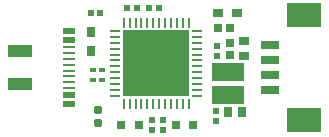
<source format=gtp>
G04*
G04 #@! TF.GenerationSoftware,Altium Limited,Altium Designer,22.10.1 (41)*
G04*
G04 Layer_Color=8421504*
%FSLAX44Y44*%
%MOMM*%
G71*
G04*
G04 #@! TF.SameCoordinates,6AC466C0-41EF-44D2-8528-C36EB44BF29F*
G04*
G04*
G04 #@! TF.FilePolarity,Positive*
G04*
G01*
G75*
%ADD12R,0.7000X0.9500*%
%ADD13R,2.0000X1.0000*%
%ADD14R,1.0000X0.2700*%
%ADD15R,1.0000X0.5200*%
%ADD16R,0.5000X0.4500*%
%ADD17R,0.5500X0.5500*%
%ADD18R,0.9500X0.7000*%
%ADD19R,0.7600X0.7200*%
%ADD20R,3.0000X2.1000*%
%ADD21R,1.6000X0.8000*%
%ADD22C,0.7870*%
%ADD23R,2.7000X1.5000*%
%ADD24R,0.8500X0.7500*%
%ADD25R,0.7500X0.8500*%
%ADD26R,0.5500X0.5500*%
%ADD27R,0.8000X0.8000*%
%ADD28R,0.7200X0.7600*%
%ADD29R,5.6000X5.6000*%
%ADD30O,0.2500X0.9000*%
%ADD31O,0.9000X0.2500*%
%ADD32R,0.5153X0.4725*%
D12*
X50212Y13726D02*
D03*
Y30226D02*
D03*
D13*
X-10040Y-14016D02*
D03*
Y13984D02*
D03*
D14*
X31960Y-17516D02*
D03*
Y-12516D02*
D03*
Y-7516D02*
D03*
Y-2517D02*
D03*
Y2483D02*
D03*
Y7484D02*
D03*
Y12484D02*
D03*
Y17484D02*
D03*
D15*
Y-23516D02*
D03*
Y-31016D02*
D03*
Y23484D02*
D03*
Y30984D02*
D03*
D16*
X52321Y-10414D02*
D03*
X59821D02*
D03*
X52321Y-1911D02*
D03*
X59821D02*
D03*
D17*
X80630Y50058D02*
D03*
X89629D02*
D03*
X99132D02*
D03*
X108132D02*
D03*
D18*
X157612Y46293D02*
D03*
X174112D02*
D03*
D19*
X157926Y33441D02*
D03*
X167726D02*
D03*
D20*
X230733Y44250D02*
D03*
Y-44250D02*
D03*
D21*
X201733Y18750D02*
D03*
Y6250D02*
D03*
Y-6250D02*
D03*
Y-18750D02*
D03*
D22*
X56642Y-35814D02*
D03*
Y-47244D02*
D03*
D23*
X166326Y-4064D02*
D03*
Y-23064D02*
D03*
D24*
X179977Y22188D02*
D03*
Y9689D02*
D03*
D25*
X166079Y-37567D02*
D03*
X178579D02*
D03*
D26*
X101826Y-44217D02*
D03*
Y-53217D02*
D03*
X111329Y-44217D02*
D03*
Y-53217D02*
D03*
X156326Y-36567D02*
D03*
Y-45567D02*
D03*
X156972Y9438D02*
D03*
Y18439D02*
D03*
D27*
X122081Y-48467D02*
D03*
X137081D02*
D03*
X76074Y-48514D02*
D03*
X91074D02*
D03*
D28*
X167974Y11039D02*
D03*
Y20838D02*
D03*
D29*
X105574Y3556D02*
D03*
D30*
X133074Y-30944D02*
D03*
X128074D02*
D03*
X123074D02*
D03*
X118074D02*
D03*
X113074D02*
D03*
X108074D02*
D03*
X103074D02*
D03*
X98074D02*
D03*
X93074D02*
D03*
X88074D02*
D03*
X83074D02*
D03*
X78074D02*
D03*
Y38056D02*
D03*
X83074D02*
D03*
X88074D02*
D03*
X93074D02*
D03*
X98074D02*
D03*
X103074D02*
D03*
X108074D02*
D03*
X113074D02*
D03*
X118074D02*
D03*
X123074D02*
D03*
X128074D02*
D03*
X133074D02*
D03*
D31*
X71074Y-23944D02*
D03*
Y-18944D02*
D03*
Y-13944D02*
D03*
Y-8944D02*
D03*
Y-3944D02*
D03*
Y1056D02*
D03*
Y6056D02*
D03*
Y11056D02*
D03*
Y16056D02*
D03*
Y21056D02*
D03*
Y26056D02*
D03*
Y31056D02*
D03*
X140074D02*
D03*
Y26056D02*
D03*
Y21056D02*
D03*
Y16056D02*
D03*
Y11056D02*
D03*
Y6056D02*
D03*
Y1056D02*
D03*
Y-3944D02*
D03*
Y-8944D02*
D03*
Y-13944D02*
D03*
Y-18944D02*
D03*
Y-23944D02*
D03*
D32*
X50214Y46000D02*
D03*
X57786D02*
D03*
M02*

</source>
